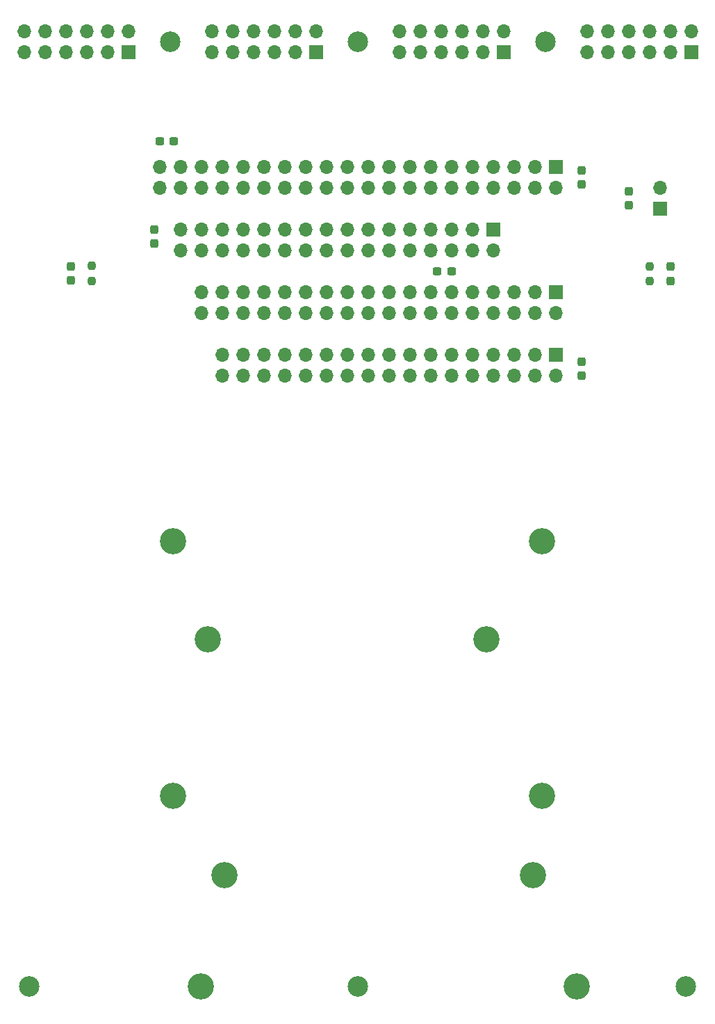
<source format=gts>
G04 #@! TF.GenerationSoftware,KiCad,Pcbnew,7.0.11-7.0.11~ubuntu20.04.1*
G04 #@! TF.CreationDate,2024-08-20T17:51:30+02:00*
G04 #@! TF.ProjectId,kicad-kria-pmod-alinx,6b696361-642d-46b7-9269-612d706d6f64,1.0*
G04 #@! TF.SameCoordinates,Original*
G04 #@! TF.FileFunction,Soldermask,Top*
G04 #@! TF.FilePolarity,Negative*
%FSLAX46Y46*%
G04 Gerber Fmt 4.6, Leading zero omitted, Abs format (unit mm)*
G04 Created by KiCad (PCBNEW 7.0.11-7.0.11~ubuntu20.04.1) date 2024-08-20 17:51:30*
%MOMM*%
%LPD*%
G01*
G04 APERTURE LIST*
G04 Aperture macros list*
%AMRoundRect*
0 Rectangle with rounded corners*
0 $1 Rounding radius*
0 $2 $3 $4 $5 $6 $7 $8 $9 X,Y pos of 4 corners*
0 Add a 4 corners polygon primitive as box body*
4,1,4,$2,$3,$4,$5,$6,$7,$8,$9,$2,$3,0*
0 Add four circle primitives for the rounded corners*
1,1,$1+$1,$2,$3*
1,1,$1+$1,$4,$5*
1,1,$1+$1,$6,$7*
1,1,$1+$1,$8,$9*
0 Add four rect primitives between the rounded corners*
20,1,$1+$1,$2,$3,$4,$5,0*
20,1,$1+$1,$4,$5,$6,$7,0*
20,1,$1+$1,$6,$7,$8,$9,0*
20,1,$1+$1,$8,$9,$2,$3,0*%
G04 Aperture macros list end*
%ADD10C,3.200000*%
%ADD11RoundRect,0.237500X0.300000X0.237500X-0.300000X0.237500X-0.300000X-0.237500X0.300000X-0.237500X0*%
%ADD12C,2.500000*%
%ADD13RoundRect,0.237500X-0.237500X0.250000X-0.237500X-0.250000X0.237500X-0.250000X0.237500X0.250000X0*%
%ADD14RoundRect,0.237500X-0.237500X0.287500X-0.237500X-0.287500X0.237500X-0.287500X0.237500X0.287500X0*%
%ADD15R,1.700000X1.700000*%
%ADD16O,1.700000X1.700000*%
%ADD17RoundRect,0.237500X0.237500X-0.300000X0.237500X0.300000X-0.237500X0.300000X-0.237500X-0.300000X0*%
%ADD18RoundRect,0.237500X-0.237500X0.300000X-0.237500X-0.300000X0.237500X-0.300000X0.237500X0.300000X0*%
%ADD19RoundRect,0.237500X-0.300000X-0.237500X0.300000X-0.237500X0.300000X0.237500X-0.300000X0.237500X0*%
G04 APERTURE END LIST*
D10*
X143555000Y-144195000D03*
X139355000Y-121000000D03*
X138205000Y-130640000D03*
D11*
X128280000Y-57155000D03*
X126555000Y-57155000D03*
D12*
X116850000Y-144150000D03*
D13*
X152410000Y-56520000D03*
X152410000Y-58345000D03*
D10*
X132580000Y-101945000D03*
D14*
X81925000Y-56520000D03*
X81925000Y-58270000D03*
D12*
X156855000Y-144150000D03*
X93990000Y-29220000D03*
D10*
X139355000Y-90000000D03*
D12*
X139710000Y-29220000D03*
D15*
X111765000Y-30485000D03*
D16*
X111765000Y-27945000D03*
X109225000Y-30485000D03*
X109225000Y-27945000D03*
X106685000Y-30485000D03*
X106685000Y-27945000D03*
X104145000Y-30485000D03*
X104145000Y-27945000D03*
X101605000Y-30485000D03*
X101605000Y-27945000D03*
X99065000Y-30485000D03*
X99065000Y-27945000D03*
D10*
X94355000Y-90000000D03*
D15*
X88905000Y-30485000D03*
D16*
X88905000Y-27945000D03*
X86365000Y-30485000D03*
X86365000Y-27945000D03*
X83825000Y-30485000D03*
X83825000Y-27945000D03*
X81285000Y-30485000D03*
X81285000Y-27945000D03*
X78745000Y-30485000D03*
X78745000Y-27945000D03*
X76205000Y-30485000D03*
X76205000Y-27945000D03*
D17*
X144155000Y-46587500D03*
X144155000Y-44862500D03*
D10*
X100605000Y-130640000D03*
D12*
X76845000Y-144150000D03*
D15*
X140980000Y-59700000D03*
D16*
X140980000Y-62240000D03*
X138440000Y-59700000D03*
X138440000Y-62240000D03*
X135900000Y-59700000D03*
X135900000Y-62240000D03*
X133360000Y-59700000D03*
X133360000Y-62240000D03*
X130820000Y-59700000D03*
X130820000Y-62240000D03*
X128280000Y-59700000D03*
X128280000Y-62240000D03*
X125740000Y-59700000D03*
X125740000Y-62240000D03*
X123200000Y-59700000D03*
X123200000Y-62240000D03*
X120660000Y-59700000D03*
X120660000Y-62240000D03*
X118120000Y-59700000D03*
X118120000Y-62240000D03*
X115580000Y-59700000D03*
X115580000Y-62240000D03*
X113040000Y-59700000D03*
X113040000Y-62240000D03*
X110500000Y-59700000D03*
X110500000Y-62240000D03*
X107960000Y-59700000D03*
X107960000Y-62240000D03*
X105420000Y-59700000D03*
X105420000Y-62240000D03*
X102880000Y-59700000D03*
X102880000Y-62240000D03*
X100340000Y-59700000D03*
X100340000Y-62240000D03*
X97800000Y-59700000D03*
X97800000Y-62240000D03*
D10*
X94355000Y-121000000D03*
D15*
X140980000Y-44455000D03*
D16*
X140980000Y-46995000D03*
X138440000Y-44455000D03*
X138440000Y-46995000D03*
X135900000Y-44455000D03*
X135900000Y-46995000D03*
X133360000Y-44455000D03*
X133360000Y-46995000D03*
X130820000Y-44455000D03*
X130820000Y-46995000D03*
X128280000Y-44455000D03*
X128280000Y-46995000D03*
X125740000Y-44455000D03*
X125740000Y-46995000D03*
X123200000Y-44455000D03*
X123200000Y-46995000D03*
X120660000Y-44455000D03*
X120660000Y-46995000D03*
X118120000Y-44455000D03*
X118120000Y-46995000D03*
X115580000Y-44455000D03*
X115580000Y-46995000D03*
X113040000Y-44455000D03*
X113040000Y-46995000D03*
X110500000Y-44455000D03*
X110500000Y-46995000D03*
X107960000Y-44455000D03*
X107960000Y-46995000D03*
X105420000Y-44455000D03*
X105420000Y-46995000D03*
X102880000Y-44455000D03*
X102880000Y-46995000D03*
X100340000Y-44455000D03*
X100340000Y-46995000D03*
X97800000Y-44455000D03*
X97800000Y-46995000D03*
X95260000Y-44455000D03*
X95260000Y-46995000D03*
X92720000Y-44455000D03*
X92720000Y-46995000D03*
D18*
X149870000Y-49127500D03*
X149870000Y-47402500D03*
D12*
X116850000Y-29220000D03*
D13*
X84465000Y-56482500D03*
X84465000Y-58307500D03*
D10*
X98580000Y-101945000D03*
D15*
X157485000Y-30485000D03*
D16*
X157485000Y-27945000D03*
X154945000Y-30485000D03*
X154945000Y-27945000D03*
X152405000Y-30485000D03*
X152405000Y-27945000D03*
X149865000Y-30485000D03*
X149865000Y-27945000D03*
X147325000Y-30485000D03*
X147325000Y-27945000D03*
X144785000Y-30485000D03*
X144785000Y-27945000D03*
D18*
X92085000Y-52075000D03*
X92085000Y-53800000D03*
D19*
X92720000Y-41280000D03*
X94445000Y-41280000D03*
D15*
X153680000Y-49535000D03*
D16*
X153680000Y-46995000D03*
D10*
X97755000Y-144195000D03*
D14*
X154950000Y-58345000D03*
X154950000Y-56595000D03*
D15*
X134625000Y-30485000D03*
D16*
X134625000Y-27945000D03*
X132085000Y-30485000D03*
X132085000Y-27945000D03*
X129545000Y-30485000D03*
X129545000Y-27945000D03*
X127005000Y-30485000D03*
X127005000Y-27945000D03*
X124465000Y-30485000D03*
X124465000Y-27945000D03*
X121925000Y-30485000D03*
X121925000Y-27945000D03*
D17*
X144155000Y-69855000D03*
X144155000Y-68130000D03*
D15*
X140980000Y-67320000D03*
D16*
X140980000Y-69860000D03*
X138440000Y-67320000D03*
X138440000Y-69860000D03*
X135900000Y-67320000D03*
X135900000Y-69860000D03*
X133360000Y-67320000D03*
X133360000Y-69860000D03*
X130820000Y-67320000D03*
X130820000Y-69860000D03*
X128280000Y-67320000D03*
X128280000Y-69860000D03*
X125740000Y-67320000D03*
X125740000Y-69860000D03*
X123200000Y-67320000D03*
X123200000Y-69860000D03*
X120660000Y-67320000D03*
X120660000Y-69860000D03*
X118120000Y-67320000D03*
X118120000Y-69860000D03*
X115580000Y-67320000D03*
X115580000Y-69860000D03*
X113040000Y-67320000D03*
X113040000Y-69860000D03*
X110500000Y-67320000D03*
X110500000Y-69860000D03*
X107960000Y-67320000D03*
X107960000Y-69860000D03*
X105420000Y-67320000D03*
X105420000Y-69860000D03*
X102880000Y-67320000D03*
X102880000Y-69860000D03*
X100340000Y-67320000D03*
X100340000Y-69860000D03*
D15*
X133360000Y-52075000D03*
D16*
X133360000Y-54615000D03*
X130820000Y-52075000D03*
X130820000Y-54615000D03*
X128280000Y-52075000D03*
X128280000Y-54615000D03*
X125740000Y-52075000D03*
X125740000Y-54615000D03*
X123200000Y-52075000D03*
X123200000Y-54615000D03*
X120660000Y-52075000D03*
X120660000Y-54615000D03*
X118120000Y-52075000D03*
X118120000Y-54615000D03*
X115580000Y-52075000D03*
X115580000Y-54615000D03*
X113040000Y-52075000D03*
X113040000Y-54615000D03*
X110500000Y-52075000D03*
X110500000Y-54615000D03*
X107960000Y-52075000D03*
X107960000Y-54615000D03*
X105420000Y-52075000D03*
X105420000Y-54615000D03*
X102880000Y-52075000D03*
X102880000Y-54615000D03*
X100340000Y-52075000D03*
X100340000Y-54615000D03*
X97800000Y-52075000D03*
X97800000Y-54615000D03*
X95260000Y-52075000D03*
X95260000Y-54615000D03*
M02*

</source>
